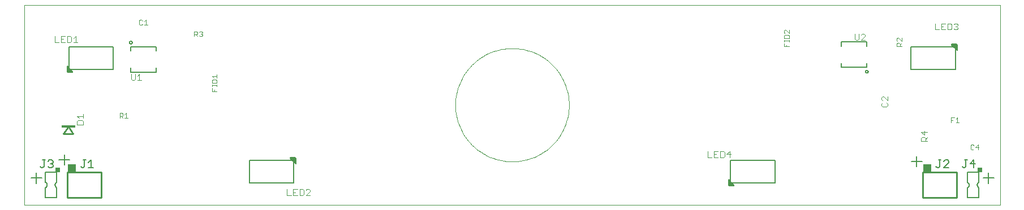
<source format=gto>
G75*
G70*
%OFA0B0*%
%FSLAX24Y24*%
%IPPOS*%
%LPD*%
%AMOC8*
5,1,8,0,0,1.08239X$1,22.5*
%
%ADD10C,0.0000*%
%ADD11C,0.0080*%
%ADD12C,0.0100*%
%ADD13C,0.0050*%
%ADD14R,0.0500X0.0500*%
%ADD15C,0.0040*%
%ADD16R,0.0827X0.0118*%
%ADD17C,0.0030*%
%ADD18R,0.0250X0.0250*%
D10*
X000350Y000280D02*
X057830Y000280D01*
X057830Y012091D01*
X000350Y012091D01*
X000350Y000280D01*
X025744Y006186D02*
X025748Y006350D01*
X025760Y006514D01*
X025780Y006677D01*
X025808Y006839D01*
X025844Y006999D01*
X025888Y007157D01*
X025940Y007313D01*
X025999Y007466D01*
X026065Y007617D01*
X026139Y007763D01*
X026220Y007906D01*
X026308Y008045D01*
X026402Y008179D01*
X026504Y008309D01*
X026611Y008433D01*
X026724Y008552D01*
X026843Y008665D01*
X026967Y008772D01*
X027097Y008874D01*
X027231Y008968D01*
X027370Y009056D01*
X027513Y009137D01*
X027659Y009211D01*
X027810Y009277D01*
X027963Y009336D01*
X028119Y009388D01*
X028277Y009432D01*
X028437Y009468D01*
X028599Y009496D01*
X028762Y009516D01*
X028926Y009528D01*
X029090Y009532D01*
X029254Y009528D01*
X029418Y009516D01*
X029581Y009496D01*
X029743Y009468D01*
X029903Y009432D01*
X030061Y009388D01*
X030217Y009336D01*
X030370Y009277D01*
X030521Y009211D01*
X030667Y009137D01*
X030810Y009056D01*
X030949Y008968D01*
X031083Y008874D01*
X031213Y008772D01*
X031337Y008665D01*
X031456Y008552D01*
X031569Y008433D01*
X031676Y008309D01*
X031778Y008179D01*
X031872Y008045D01*
X031960Y007906D01*
X032041Y007763D01*
X032115Y007617D01*
X032181Y007466D01*
X032240Y007313D01*
X032292Y007157D01*
X032336Y006999D01*
X032372Y006839D01*
X032400Y006677D01*
X032420Y006514D01*
X032432Y006350D01*
X032436Y006186D01*
X032432Y006022D01*
X032420Y005858D01*
X032400Y005695D01*
X032372Y005533D01*
X032336Y005373D01*
X032292Y005215D01*
X032240Y005059D01*
X032181Y004906D01*
X032115Y004755D01*
X032041Y004609D01*
X031960Y004466D01*
X031872Y004327D01*
X031778Y004193D01*
X031676Y004063D01*
X031569Y003939D01*
X031456Y003820D01*
X031337Y003707D01*
X031213Y003600D01*
X031083Y003498D01*
X030949Y003404D01*
X030810Y003316D01*
X030667Y003235D01*
X030521Y003161D01*
X030370Y003095D01*
X030217Y003036D01*
X030061Y002984D01*
X029903Y002940D01*
X029743Y002904D01*
X029581Y002876D01*
X029418Y002856D01*
X029254Y002844D01*
X029090Y002840D01*
X028926Y002844D01*
X028762Y002856D01*
X028599Y002876D01*
X028437Y002904D01*
X028277Y002940D01*
X028119Y002984D01*
X027963Y003036D01*
X027810Y003095D01*
X027659Y003161D01*
X027513Y003235D01*
X027370Y003316D01*
X027231Y003404D01*
X027097Y003498D01*
X026967Y003600D01*
X026843Y003707D01*
X026724Y003820D01*
X026611Y003939D01*
X026504Y004063D01*
X026402Y004193D01*
X026308Y004327D01*
X026220Y004466D01*
X026139Y004609D01*
X026065Y004755D01*
X025999Y004906D01*
X025940Y005059D01*
X025888Y005215D01*
X025844Y005373D01*
X025808Y005533D01*
X025780Y005695D01*
X025760Y005858D01*
X025748Y006022D01*
X025744Y006186D01*
D11*
X003010Y002957D02*
X002396Y002957D01*
X002703Y003264D02*
X002703Y002650D01*
X002260Y002209D02*
X001590Y002209D01*
X001590Y001619D01*
X001059Y001567D02*
X001059Y002181D01*
X000752Y001874D02*
X001366Y001874D01*
X002260Y001619D02*
X002260Y002209D01*
X002259Y001618D02*
X002238Y001606D01*
X002219Y001591D01*
X002201Y001574D01*
X002187Y001554D01*
X002175Y001532D01*
X002167Y001509D01*
X002162Y001485D01*
X002160Y001461D01*
X002162Y001437D01*
X002167Y001413D01*
X002175Y001390D01*
X002187Y001368D01*
X002201Y001348D01*
X002219Y001331D01*
X002238Y001316D01*
X002259Y001304D01*
X002260Y001304D02*
X002260Y000713D01*
X001590Y000713D01*
X001590Y001304D01*
X001591Y001304D02*
X001612Y001316D01*
X001631Y001331D01*
X001649Y001348D01*
X001663Y001368D01*
X001675Y001390D01*
X001683Y001413D01*
X001688Y001437D01*
X001690Y001461D01*
X001688Y001485D01*
X001683Y001509D01*
X001675Y001532D01*
X001663Y001554D01*
X001649Y001574D01*
X001631Y001591D01*
X001612Y001606D01*
X001591Y001618D01*
X052622Y002858D02*
X053236Y002858D01*
X052929Y003165D02*
X052929Y002551D01*
X055921Y002209D02*
X055921Y001619D01*
X056590Y001619D02*
X056590Y002209D01*
X055921Y002209D01*
X057162Y002181D02*
X057162Y001567D01*
X056590Y001618D02*
X056569Y001606D01*
X056550Y001591D01*
X056532Y001574D01*
X056518Y001554D01*
X056506Y001532D01*
X056498Y001509D01*
X056493Y001485D01*
X056491Y001461D01*
X056493Y001437D01*
X056498Y001413D01*
X056506Y001390D01*
X056518Y001368D01*
X056532Y001348D01*
X056550Y001331D01*
X056569Y001316D01*
X056590Y001304D01*
X056590Y000713D01*
X055921Y000713D01*
X055921Y001304D01*
X055942Y001316D01*
X055961Y001331D01*
X055979Y001348D01*
X055993Y001368D01*
X056005Y001390D01*
X056013Y001413D01*
X056018Y001437D01*
X056020Y001461D01*
X056018Y001485D01*
X056013Y001509D01*
X056005Y001532D01*
X055993Y001554D01*
X055979Y001574D01*
X055961Y001591D01*
X055942Y001606D01*
X055921Y001618D01*
X056855Y001874D02*
X057469Y001874D01*
D12*
X055287Y002211D02*
X053287Y002211D01*
X053287Y000711D01*
X055287Y000711D01*
X055287Y002211D01*
X004893Y002211D02*
X004893Y000711D01*
X002893Y000711D01*
X002893Y002211D01*
X004893Y002211D01*
X003229Y004494D02*
X002658Y004494D01*
X002933Y004908D01*
X003229Y004494D01*
D13*
X003819Y002936D02*
X003969Y002936D01*
X003894Y002936D02*
X003894Y002561D01*
X003819Y002486D01*
X003744Y002486D01*
X003668Y002561D01*
X004129Y002486D02*
X004429Y002486D01*
X004279Y002486D02*
X004279Y002936D01*
X004129Y002786D01*
X002034Y002786D02*
X001959Y002711D01*
X002034Y002636D01*
X002034Y002561D01*
X001959Y002486D01*
X001809Y002486D01*
X001734Y002561D01*
X001498Y002561D02*
X001498Y002936D01*
X001423Y002936D02*
X001574Y002936D01*
X001734Y002861D02*
X001809Y002936D01*
X001959Y002936D01*
X002034Y002861D01*
X002034Y002786D01*
X001959Y002711D02*
X001884Y002711D01*
X001498Y002561D02*
X001423Y002486D01*
X001348Y002486D01*
X001273Y002561D01*
X013614Y002918D02*
X013614Y001579D01*
X016220Y001579D01*
X016220Y002918D01*
X013614Y002918D01*
X016019Y003036D02*
X016334Y002721D01*
X016334Y003036D01*
X016295Y003075D01*
X016019Y003075D01*
X016019Y003036D01*
X016019Y003045D02*
X016326Y003045D01*
X016334Y002996D02*
X016059Y002996D01*
X016108Y002948D02*
X016334Y002948D01*
X016334Y002899D02*
X016156Y002899D01*
X016205Y002851D02*
X016334Y002851D01*
X016334Y002802D02*
X016253Y002802D01*
X016302Y002754D02*
X016334Y002754D01*
X008120Y008128D02*
X006620Y008128D01*
X006620Y008378D01*
X005590Y008272D02*
X002984Y008272D01*
X002984Y009611D01*
X005590Y009611D01*
X005590Y008272D01*
X003185Y008154D02*
X002870Y008469D01*
X002870Y008154D01*
X002909Y008115D01*
X003185Y008115D01*
X003185Y008154D01*
X003185Y008137D02*
X002887Y008137D01*
X002870Y008186D02*
X003153Y008186D01*
X003105Y008234D02*
X002870Y008234D01*
X002870Y008283D02*
X003056Y008283D01*
X003008Y008331D02*
X002870Y008331D01*
X002870Y008380D02*
X002959Y008380D01*
X002911Y008428D02*
X002870Y008428D01*
X006620Y009378D02*
X006620Y009628D01*
X008120Y009628D01*
X008120Y009378D01*
X006541Y009878D02*
X006543Y009896D01*
X006549Y009912D01*
X006558Y009927D01*
X006571Y009940D01*
X006586Y009949D01*
X006602Y009955D01*
X006620Y009957D01*
X006638Y009955D01*
X006654Y009949D01*
X006669Y009940D01*
X006682Y009927D01*
X006691Y009912D01*
X006697Y009896D01*
X006699Y009878D01*
X006697Y009860D01*
X006691Y009844D01*
X006682Y009829D01*
X006669Y009816D01*
X006654Y009807D01*
X006638Y009801D01*
X006620Y009799D01*
X006602Y009801D01*
X006586Y009807D01*
X006571Y009816D01*
X006558Y009829D01*
X006549Y009844D01*
X006543Y009860D01*
X006541Y009878D01*
X008120Y008378D02*
X008120Y008128D01*
X041960Y002918D02*
X041960Y001579D01*
X044567Y001579D01*
X044567Y002918D01*
X041960Y002918D01*
X041846Y001776D02*
X042161Y001461D01*
X042161Y001422D01*
X041886Y001422D01*
X041846Y001461D01*
X041846Y001776D01*
X041846Y001735D02*
X041887Y001735D01*
X041846Y001687D02*
X041936Y001687D01*
X041984Y001638D02*
X041846Y001638D01*
X041846Y001590D02*
X042033Y001590D01*
X042081Y001541D02*
X041846Y001541D01*
X041846Y001493D02*
X042130Y001493D01*
X042161Y001444D02*
X041863Y001444D01*
X054062Y002561D02*
X054137Y002486D01*
X054212Y002486D01*
X054287Y002561D01*
X054287Y002936D01*
X054212Y002936D02*
X054362Y002936D01*
X054523Y002861D02*
X054598Y002936D01*
X054748Y002936D01*
X054823Y002861D01*
X054823Y002786D01*
X054523Y002486D01*
X054823Y002486D01*
X055604Y002561D02*
X055679Y002486D01*
X055754Y002486D01*
X055829Y002561D01*
X055829Y002936D01*
X055754Y002936D02*
X055904Y002936D01*
X056064Y002711D02*
X056290Y002936D01*
X056290Y002486D01*
X056365Y002711D02*
X056064Y002711D01*
X049910Y008153D02*
X049912Y008171D01*
X049918Y008187D01*
X049927Y008202D01*
X049940Y008215D01*
X049955Y008224D01*
X049971Y008230D01*
X049989Y008232D01*
X050007Y008230D01*
X050023Y008224D01*
X050038Y008215D01*
X050051Y008202D01*
X050060Y008187D01*
X050066Y008171D01*
X050068Y008153D01*
X050066Y008135D01*
X050060Y008119D01*
X050051Y008104D01*
X050038Y008091D01*
X050023Y008082D01*
X050007Y008076D01*
X049989Y008074D01*
X049971Y008076D01*
X049955Y008082D01*
X049940Y008091D01*
X049927Y008104D01*
X049918Y008119D01*
X049912Y008135D01*
X049910Y008153D01*
X049989Y008403D02*
X048489Y008403D01*
X048489Y008653D01*
X049989Y008653D02*
X049989Y008403D01*
X052590Y008272D02*
X052590Y009611D01*
X055197Y009611D01*
X055197Y008272D01*
X052590Y008272D01*
X054996Y009729D02*
X055311Y009414D01*
X055311Y009729D01*
X055271Y009768D01*
X054996Y009768D01*
X054996Y009729D01*
X054996Y009738D02*
X055302Y009738D01*
X055311Y009689D02*
X055036Y009689D01*
X055084Y009641D02*
X055311Y009641D01*
X055311Y009592D02*
X055133Y009592D01*
X055181Y009544D02*
X055311Y009544D01*
X055311Y009495D02*
X055230Y009495D01*
X055278Y009447D02*
X055311Y009447D01*
X049989Y009653D02*
X049989Y009903D01*
X048489Y009903D01*
X048489Y009653D01*
D14*
X053537Y002461D03*
X003143Y002461D03*
D15*
X003459Y005033D02*
X003459Y005214D01*
X003519Y005274D01*
X003760Y005274D01*
X003820Y005214D01*
X003820Y005033D01*
X003459Y005033D01*
X003579Y005402D02*
X003459Y005522D01*
X003820Y005522D01*
X003820Y005402D02*
X003820Y005642D01*
X006640Y007708D02*
X006700Y007648D01*
X006820Y007648D01*
X006880Y007708D01*
X006880Y008009D01*
X007008Y007889D02*
X007128Y008009D01*
X007128Y007648D01*
X007008Y007648D02*
X007248Y007648D01*
X006640Y007708D02*
X006640Y008009D01*
X003489Y009888D02*
X003249Y009888D01*
X003369Y009888D02*
X003369Y010248D01*
X003249Y010128D01*
X003121Y010188D02*
X003121Y009948D01*
X003061Y009888D01*
X002881Y009888D01*
X002881Y010248D01*
X003061Y010248D01*
X003121Y010188D01*
X002753Y010248D02*
X002513Y010248D01*
X002513Y009888D01*
X002753Y009888D01*
X002384Y009888D02*
X002144Y009888D01*
X002144Y010248D01*
X002513Y010068D02*
X002633Y010068D01*
X040621Y003456D02*
X040621Y003095D01*
X040861Y003095D01*
X040989Y003095D02*
X041229Y003095D01*
X041357Y003095D02*
X041537Y003095D01*
X041597Y003155D01*
X041597Y003396D01*
X041537Y003456D01*
X041357Y003456D01*
X041357Y003095D01*
X041109Y003275D02*
X040989Y003275D01*
X040989Y003095D02*
X040989Y003456D01*
X041229Y003456D01*
X041726Y003275D02*
X041966Y003275D01*
X041906Y003095D02*
X041906Y003456D01*
X041726Y003275D01*
X017172Y001142D02*
X017172Y001082D01*
X016932Y000842D01*
X017172Y000842D01*
X016804Y000902D02*
X016804Y001142D01*
X016744Y001202D01*
X016563Y001202D01*
X016563Y000842D01*
X016744Y000842D01*
X016804Y000902D01*
X016435Y000842D02*
X016195Y000842D01*
X016195Y001202D01*
X016435Y001202D01*
X016315Y001022D02*
X016195Y001022D01*
X015827Y001202D02*
X015827Y000842D01*
X016067Y000842D01*
X016932Y001142D02*
X016992Y001202D01*
X017112Y001202D01*
X017172Y001142D01*
X049273Y010083D02*
X049333Y010023D01*
X049453Y010023D01*
X049513Y010083D01*
X049513Y010384D01*
X049641Y010323D02*
X049701Y010384D01*
X049821Y010384D01*
X049881Y010323D01*
X049881Y010263D01*
X049641Y010023D01*
X049881Y010023D01*
X049273Y010083D02*
X049273Y010384D01*
X054003Y010635D02*
X054243Y010635D01*
X054372Y010635D02*
X054612Y010635D01*
X054740Y010635D02*
X054920Y010635D01*
X054980Y010695D01*
X054980Y010935D01*
X054920Y010995D01*
X054740Y010995D01*
X054740Y010635D01*
X054372Y010635D02*
X054372Y010995D01*
X054612Y010995D01*
X054492Y010815D02*
X054372Y010815D01*
X054003Y010995D02*
X054003Y010635D01*
X055108Y010695D02*
X055168Y010635D01*
X055288Y010635D01*
X055348Y010695D01*
X055348Y010755D01*
X055288Y010815D01*
X055228Y010815D01*
X055288Y010815D02*
X055348Y010875D01*
X055348Y010935D01*
X055288Y010995D01*
X055168Y010995D01*
X055108Y010935D01*
D16*
X002933Y004927D03*
D17*
X005967Y005413D02*
X005967Y005703D01*
X006112Y005703D01*
X006160Y005655D01*
X006160Y005558D01*
X006112Y005510D01*
X005967Y005510D01*
X006064Y005510D02*
X006160Y005413D01*
X006261Y005413D02*
X006455Y005413D01*
X006358Y005413D02*
X006358Y005703D01*
X006261Y005606D01*
X011404Y006998D02*
X011404Y007192D01*
X011404Y007293D02*
X011404Y007389D01*
X011404Y007341D02*
X011695Y007341D01*
X011695Y007293D02*
X011695Y007389D01*
X011695Y007489D02*
X011404Y007489D01*
X011404Y007634D01*
X011453Y007683D01*
X011646Y007683D01*
X011695Y007634D01*
X011695Y007489D01*
X011695Y007784D02*
X011695Y007977D01*
X011695Y007881D02*
X011404Y007881D01*
X011501Y007784D01*
X011549Y007095D02*
X011549Y006998D01*
X011404Y006998D02*
X011695Y006998D01*
X010791Y010243D02*
X010694Y010243D01*
X010646Y010291D01*
X010545Y010243D02*
X010448Y010339D01*
X010496Y010339D02*
X010351Y010339D01*
X010351Y010243D02*
X010351Y010533D01*
X010496Y010533D01*
X010545Y010485D01*
X010545Y010388D01*
X010496Y010339D01*
X010646Y010485D02*
X010694Y010533D01*
X010791Y010533D01*
X010839Y010485D01*
X010839Y010436D01*
X010791Y010388D01*
X010839Y010339D01*
X010839Y010291D01*
X010791Y010243D01*
X010791Y010388D02*
X010742Y010388D01*
X007601Y010915D02*
X007407Y010915D01*
X007504Y010915D02*
X007504Y011206D01*
X007407Y011109D01*
X007306Y011157D02*
X007258Y011206D01*
X007161Y011206D01*
X007113Y011157D01*
X007113Y010964D01*
X007161Y010915D01*
X007258Y010915D01*
X007306Y010964D01*
X045108Y010568D02*
X045108Y010472D01*
X045156Y010423D01*
X045156Y010322D02*
X045108Y010274D01*
X045108Y010129D01*
X045398Y010129D01*
X045398Y010274D01*
X045350Y010322D01*
X045156Y010322D01*
X045398Y010423D02*
X045205Y010617D01*
X045156Y010617D01*
X045108Y010568D01*
X045398Y010617D02*
X045398Y010423D01*
X045398Y010029D02*
X045398Y009932D01*
X045398Y009981D02*
X045108Y009981D01*
X045108Y010029D02*
X045108Y009932D01*
X045108Y009831D02*
X045108Y009638D01*
X045398Y009638D01*
X045253Y009638D02*
X045253Y009734D01*
X051744Y009649D02*
X051744Y009795D01*
X051792Y009843D01*
X051889Y009843D01*
X051937Y009795D01*
X051937Y009649D01*
X052034Y009649D02*
X051744Y009649D01*
X051937Y009746D02*
X052034Y009843D01*
X052034Y009944D02*
X051840Y010138D01*
X051792Y010138D01*
X051744Y010089D01*
X051744Y009992D01*
X051792Y009944D01*
X052034Y009944D02*
X052034Y010138D01*
X051222Y006690D02*
X051222Y006443D01*
X050975Y006690D01*
X050913Y006690D01*
X050851Y006628D01*
X050851Y006505D01*
X050913Y006443D01*
X050913Y006322D02*
X050851Y006260D01*
X050851Y006137D01*
X050913Y006075D01*
X051160Y006075D01*
X051222Y006137D01*
X051222Y006260D01*
X051160Y006322D01*
X054938Y005437D02*
X055131Y005437D01*
X055232Y005340D02*
X055329Y005437D01*
X055329Y005147D01*
X055232Y005147D02*
X055426Y005147D01*
X054938Y005147D02*
X054938Y005437D01*
X054938Y005292D02*
X055034Y005292D01*
X053562Y004597D02*
X053192Y004597D01*
X053377Y004411D01*
X053377Y004658D01*
X053377Y004290D02*
X053439Y004228D01*
X053439Y004043D01*
X053562Y004043D02*
X053192Y004043D01*
X053192Y004228D01*
X053253Y004290D01*
X053377Y004290D01*
X053439Y004166D02*
X053562Y004290D01*
X056101Y003787D02*
X056101Y003594D01*
X056149Y003545D01*
X056246Y003545D01*
X056295Y003594D01*
X056396Y003691D02*
X056589Y003691D01*
X056541Y003836D02*
X056396Y003691D01*
X056295Y003787D02*
X056246Y003836D01*
X056149Y003836D01*
X056101Y003787D01*
X056541Y003836D02*
X056541Y003545D01*
D18*
X056631Y002336D03*
X002300Y002336D03*
M02*

</source>
